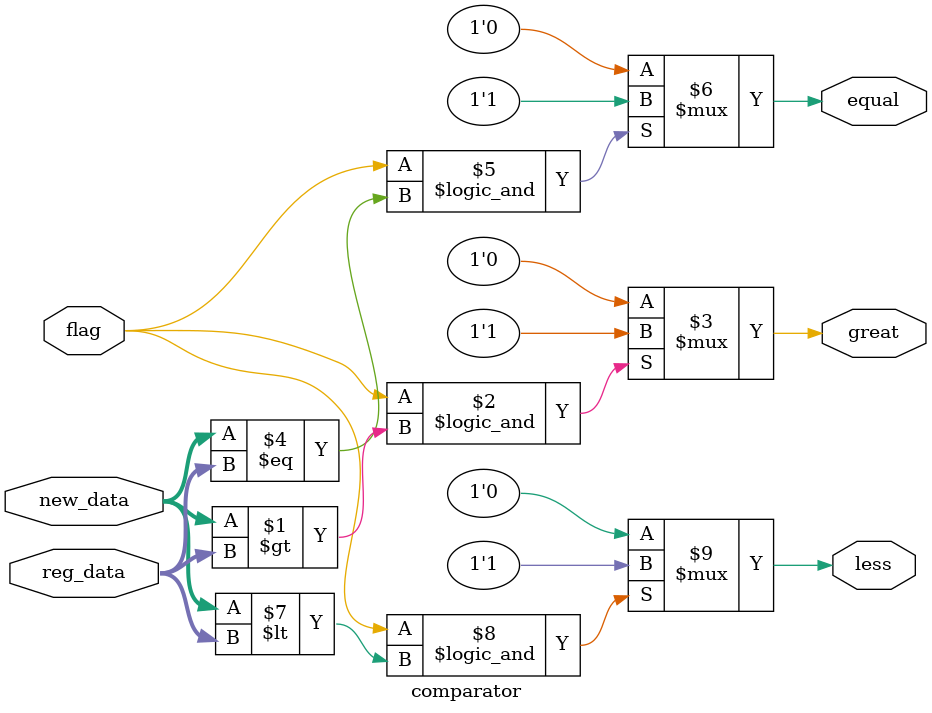
<source format=v>
module comparator(
    reg_data,
    new_data,
    flag,
    great,
    equal,
    less
);

input [7:0] reg_data;
input [7:0] new_data;
input flag;

output great;
output equal;
output less;

assign great = (flag && (new_data > reg_data)) ? 1'b1 : 1'b0;
assign equal = (flag &&(new_data == reg_data)) ? 1'b1 : 1'b0;
assign less = (flag && (new_data < reg_data)) ? 1'b1 : 1'b0;

endmodule
</source>
